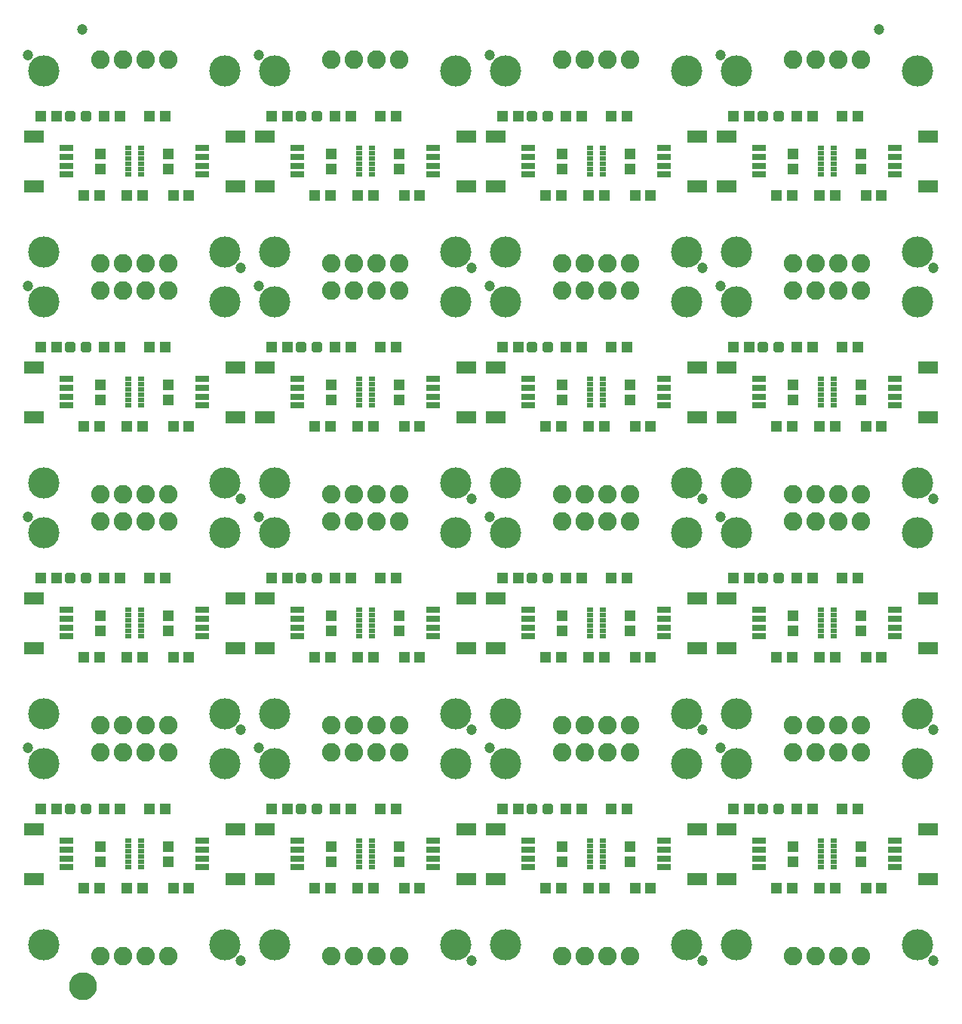
<source format=gts>
G04 EAGLE Gerber RS-274X export*
G75*
%MOMM*%
%FSLAX34Y34*%
%LPD*%
%INSoldermask Top*%
%IPPOS*%
%AMOC8*
5,1,8,0,0,1.08239X$1,22.5*%
G01*
%ADD10R,1.303200X1.203200*%
%ADD11R,0.778200X0.553200*%
%ADD12C,3.505200*%
%ADD13C,0.505344*%
%ADD14C,2.082800*%
%ADD15R,2.203200X1.403200*%
%ADD16R,1.553200X0.803200*%
%ADD17R,1.203200X1.303200*%
%ADD18C,1.203200*%
%ADD19C,1.270000*%
%ADD20C,1.703200*%


D10*
X143900Y177800D03*
X160900Y177800D03*
X110100Y177800D03*
X93100Y177800D03*
X87240Y88900D03*
X70240Y88900D03*
X38980Y177800D03*
X21980Y177800D03*
D11*
X134375Y112000D03*
X134375Y118000D03*
X134375Y124000D03*
X134375Y130000D03*
X134375Y136000D03*
X134375Y142000D03*
X119625Y142000D03*
X119625Y136000D03*
X119625Y130000D03*
X119625Y124000D03*
X119625Y118000D03*
X119625Y112000D03*
D12*
X228600Y228600D03*
X25400Y228600D03*
X25400Y25400D03*
X228600Y25400D03*
D13*
X68780Y174310D02*
X68780Y181290D01*
X75760Y181290D01*
X75760Y174310D01*
X68780Y174310D01*
X68780Y179110D02*
X75760Y179110D01*
X51240Y181290D02*
X51240Y174310D01*
X51240Y181290D02*
X58220Y181290D01*
X58220Y174310D01*
X51240Y174310D01*
X51240Y179110D02*
X58220Y179110D01*
D14*
X88900Y241300D03*
X114300Y241300D03*
X139700Y241300D03*
X165100Y241300D03*
X88900Y12700D03*
X114300Y12700D03*
X139700Y12700D03*
X165100Y12700D03*
D15*
X14050Y155000D03*
X14050Y99000D03*
D16*
X50800Y142000D03*
X50800Y132000D03*
X50800Y122000D03*
X50800Y112000D03*
D15*
X239950Y99000D03*
X239950Y155000D03*
D16*
X203200Y112000D03*
X203200Y122000D03*
X203200Y132000D03*
X203200Y142000D03*
D17*
X165100Y118500D03*
X165100Y135500D03*
X88900Y135500D03*
X88900Y118500D03*
D10*
X118500Y88900D03*
X135500Y88900D03*
X187570Y88900D03*
X170570Y88900D03*
D18*
X7620Y246380D03*
X246380Y7620D03*
D10*
X402980Y177800D03*
X419980Y177800D03*
X369180Y177800D03*
X352180Y177800D03*
X346320Y88900D03*
X329320Y88900D03*
X298060Y177800D03*
X281060Y177800D03*
D11*
X393455Y112000D03*
X393455Y118000D03*
X393455Y124000D03*
X393455Y130000D03*
X393455Y136000D03*
X393455Y142000D03*
X378705Y142000D03*
X378705Y136000D03*
X378705Y130000D03*
X378705Y124000D03*
X378705Y118000D03*
X378705Y112000D03*
D12*
X487680Y228600D03*
X284480Y228600D03*
X284480Y25400D03*
X487680Y25400D03*
D13*
X327860Y174310D02*
X327860Y181290D01*
X334840Y181290D01*
X334840Y174310D01*
X327860Y174310D01*
X327860Y179110D02*
X334840Y179110D01*
X310320Y181290D02*
X310320Y174310D01*
X310320Y181290D02*
X317300Y181290D01*
X317300Y174310D01*
X310320Y174310D01*
X310320Y179110D02*
X317300Y179110D01*
D14*
X347980Y241300D03*
X373380Y241300D03*
X398780Y241300D03*
X424180Y241300D03*
X347980Y12700D03*
X373380Y12700D03*
X398780Y12700D03*
X424180Y12700D03*
D15*
X273130Y155000D03*
X273130Y99000D03*
D16*
X309880Y142000D03*
X309880Y132000D03*
X309880Y122000D03*
X309880Y112000D03*
D15*
X499030Y99000D03*
X499030Y155000D03*
D16*
X462280Y112000D03*
X462280Y122000D03*
X462280Y132000D03*
X462280Y142000D03*
D17*
X424180Y118500D03*
X424180Y135500D03*
X347980Y135500D03*
X347980Y118500D03*
D10*
X377580Y88900D03*
X394580Y88900D03*
X446650Y88900D03*
X429650Y88900D03*
D18*
X266700Y246380D03*
X505460Y7620D03*
D10*
X662060Y177800D03*
X679060Y177800D03*
X628260Y177800D03*
X611260Y177800D03*
X605400Y88900D03*
X588400Y88900D03*
X557140Y177800D03*
X540140Y177800D03*
D11*
X652535Y112000D03*
X652535Y118000D03*
X652535Y124000D03*
X652535Y130000D03*
X652535Y136000D03*
X652535Y142000D03*
X637785Y142000D03*
X637785Y136000D03*
X637785Y130000D03*
X637785Y124000D03*
X637785Y118000D03*
X637785Y112000D03*
D12*
X746760Y228600D03*
X543560Y228600D03*
X543560Y25400D03*
X746760Y25400D03*
D13*
X586940Y174310D02*
X586940Y181290D01*
X593920Y181290D01*
X593920Y174310D01*
X586940Y174310D01*
X586940Y179110D02*
X593920Y179110D01*
X569400Y181290D02*
X569400Y174310D01*
X569400Y181290D02*
X576380Y181290D01*
X576380Y174310D01*
X569400Y174310D01*
X569400Y179110D02*
X576380Y179110D01*
D14*
X607060Y241300D03*
X632460Y241300D03*
X657860Y241300D03*
X683260Y241300D03*
X607060Y12700D03*
X632460Y12700D03*
X657860Y12700D03*
X683260Y12700D03*
D15*
X532210Y155000D03*
X532210Y99000D03*
D16*
X568960Y142000D03*
X568960Y132000D03*
X568960Y122000D03*
X568960Y112000D03*
D15*
X758110Y99000D03*
X758110Y155000D03*
D16*
X721360Y112000D03*
X721360Y122000D03*
X721360Y132000D03*
X721360Y142000D03*
D17*
X683260Y118500D03*
X683260Y135500D03*
X607060Y135500D03*
X607060Y118500D03*
D10*
X636660Y88900D03*
X653660Y88900D03*
X705730Y88900D03*
X688730Y88900D03*
D18*
X525780Y246380D03*
X764540Y7620D03*
D10*
X921140Y177800D03*
X938140Y177800D03*
X887340Y177800D03*
X870340Y177800D03*
X864480Y88900D03*
X847480Y88900D03*
X816220Y177800D03*
X799220Y177800D03*
D11*
X911615Y112000D03*
X911615Y118000D03*
X911615Y124000D03*
X911615Y130000D03*
X911615Y136000D03*
X911615Y142000D03*
X896865Y142000D03*
X896865Y136000D03*
X896865Y130000D03*
X896865Y124000D03*
X896865Y118000D03*
X896865Y112000D03*
D12*
X1005840Y228600D03*
X802640Y228600D03*
X802640Y25400D03*
X1005840Y25400D03*
D13*
X846020Y174310D02*
X846020Y181290D01*
X853000Y181290D01*
X853000Y174310D01*
X846020Y174310D01*
X846020Y179110D02*
X853000Y179110D01*
X828480Y181290D02*
X828480Y174310D01*
X828480Y181290D02*
X835460Y181290D01*
X835460Y174310D01*
X828480Y174310D01*
X828480Y179110D02*
X835460Y179110D01*
D14*
X866140Y241300D03*
X891540Y241300D03*
X916940Y241300D03*
X942340Y241300D03*
X866140Y12700D03*
X891540Y12700D03*
X916940Y12700D03*
X942340Y12700D03*
D15*
X791290Y155000D03*
X791290Y99000D03*
D16*
X828040Y142000D03*
X828040Y132000D03*
X828040Y122000D03*
X828040Y112000D03*
D15*
X1017190Y99000D03*
X1017190Y155000D03*
D16*
X980440Y112000D03*
X980440Y122000D03*
X980440Y132000D03*
X980440Y142000D03*
D17*
X942340Y118500D03*
X942340Y135500D03*
X866140Y135500D03*
X866140Y118500D03*
D10*
X895740Y88900D03*
X912740Y88900D03*
X964810Y88900D03*
X947810Y88900D03*
D18*
X784860Y246380D03*
X1023620Y7620D03*
D10*
X143900Y436880D03*
X160900Y436880D03*
X110100Y436880D03*
X93100Y436880D03*
X87240Y347980D03*
X70240Y347980D03*
X38980Y436880D03*
X21980Y436880D03*
D11*
X134375Y371080D03*
X134375Y377080D03*
X134375Y383080D03*
X134375Y389080D03*
X134375Y395080D03*
X134375Y401080D03*
X119625Y401080D03*
X119625Y395080D03*
X119625Y389080D03*
X119625Y383080D03*
X119625Y377080D03*
X119625Y371080D03*
D12*
X228600Y487680D03*
X25400Y487680D03*
X25400Y284480D03*
X228600Y284480D03*
D13*
X68780Y433390D02*
X68780Y440370D01*
X75760Y440370D01*
X75760Y433390D01*
X68780Y433390D01*
X68780Y438190D02*
X75760Y438190D01*
X51240Y440370D02*
X51240Y433390D01*
X51240Y440370D02*
X58220Y440370D01*
X58220Y433390D01*
X51240Y433390D01*
X51240Y438190D02*
X58220Y438190D01*
D14*
X88900Y500380D03*
X114300Y500380D03*
X139700Y500380D03*
X165100Y500380D03*
X88900Y271780D03*
X114300Y271780D03*
X139700Y271780D03*
X165100Y271780D03*
D15*
X14050Y414080D03*
X14050Y358080D03*
D16*
X50800Y401080D03*
X50800Y391080D03*
X50800Y381080D03*
X50800Y371080D03*
D15*
X239950Y358080D03*
X239950Y414080D03*
D16*
X203200Y371080D03*
X203200Y381080D03*
X203200Y391080D03*
X203200Y401080D03*
D17*
X165100Y377580D03*
X165100Y394580D03*
X88900Y394580D03*
X88900Y377580D03*
D10*
X118500Y347980D03*
X135500Y347980D03*
X187570Y347980D03*
X170570Y347980D03*
D18*
X7620Y505460D03*
X246380Y266700D03*
D10*
X402980Y436880D03*
X419980Y436880D03*
X369180Y436880D03*
X352180Y436880D03*
X346320Y347980D03*
X329320Y347980D03*
X298060Y436880D03*
X281060Y436880D03*
D11*
X393455Y371080D03*
X393455Y377080D03*
X393455Y383080D03*
X393455Y389080D03*
X393455Y395080D03*
X393455Y401080D03*
X378705Y401080D03*
X378705Y395080D03*
X378705Y389080D03*
X378705Y383080D03*
X378705Y377080D03*
X378705Y371080D03*
D12*
X487680Y487680D03*
X284480Y487680D03*
X284480Y284480D03*
X487680Y284480D03*
D13*
X327860Y433390D02*
X327860Y440370D01*
X334840Y440370D01*
X334840Y433390D01*
X327860Y433390D01*
X327860Y438190D02*
X334840Y438190D01*
X310320Y440370D02*
X310320Y433390D01*
X310320Y440370D02*
X317300Y440370D01*
X317300Y433390D01*
X310320Y433390D01*
X310320Y438190D02*
X317300Y438190D01*
D14*
X347980Y500380D03*
X373380Y500380D03*
X398780Y500380D03*
X424180Y500380D03*
X347980Y271780D03*
X373380Y271780D03*
X398780Y271780D03*
X424180Y271780D03*
D15*
X273130Y414080D03*
X273130Y358080D03*
D16*
X309880Y401080D03*
X309880Y391080D03*
X309880Y381080D03*
X309880Y371080D03*
D15*
X499030Y358080D03*
X499030Y414080D03*
D16*
X462280Y371080D03*
X462280Y381080D03*
X462280Y391080D03*
X462280Y401080D03*
D17*
X424180Y377580D03*
X424180Y394580D03*
X347980Y394580D03*
X347980Y377580D03*
D10*
X377580Y347980D03*
X394580Y347980D03*
X446650Y347980D03*
X429650Y347980D03*
D18*
X266700Y505460D03*
X505460Y266700D03*
D10*
X662060Y436880D03*
X679060Y436880D03*
X628260Y436880D03*
X611260Y436880D03*
X605400Y347980D03*
X588400Y347980D03*
X557140Y436880D03*
X540140Y436880D03*
D11*
X652535Y371080D03*
X652535Y377080D03*
X652535Y383080D03*
X652535Y389080D03*
X652535Y395080D03*
X652535Y401080D03*
X637785Y401080D03*
X637785Y395080D03*
X637785Y389080D03*
X637785Y383080D03*
X637785Y377080D03*
X637785Y371080D03*
D12*
X746760Y487680D03*
X543560Y487680D03*
X543560Y284480D03*
X746760Y284480D03*
D13*
X586940Y433390D02*
X586940Y440370D01*
X593920Y440370D01*
X593920Y433390D01*
X586940Y433390D01*
X586940Y438190D02*
X593920Y438190D01*
X569400Y440370D02*
X569400Y433390D01*
X569400Y440370D02*
X576380Y440370D01*
X576380Y433390D01*
X569400Y433390D01*
X569400Y438190D02*
X576380Y438190D01*
D14*
X607060Y500380D03*
X632460Y500380D03*
X657860Y500380D03*
X683260Y500380D03*
X607060Y271780D03*
X632460Y271780D03*
X657860Y271780D03*
X683260Y271780D03*
D15*
X532210Y414080D03*
X532210Y358080D03*
D16*
X568960Y401080D03*
X568960Y391080D03*
X568960Y381080D03*
X568960Y371080D03*
D15*
X758110Y358080D03*
X758110Y414080D03*
D16*
X721360Y371080D03*
X721360Y381080D03*
X721360Y391080D03*
X721360Y401080D03*
D17*
X683260Y377580D03*
X683260Y394580D03*
X607060Y394580D03*
X607060Y377580D03*
D10*
X636660Y347980D03*
X653660Y347980D03*
X705730Y347980D03*
X688730Y347980D03*
D18*
X525780Y505460D03*
X764540Y266700D03*
D10*
X921140Y436880D03*
X938140Y436880D03*
X887340Y436880D03*
X870340Y436880D03*
X864480Y347980D03*
X847480Y347980D03*
X816220Y436880D03*
X799220Y436880D03*
D11*
X911615Y371080D03*
X911615Y377080D03*
X911615Y383080D03*
X911615Y389080D03*
X911615Y395080D03*
X911615Y401080D03*
X896865Y401080D03*
X896865Y395080D03*
X896865Y389080D03*
X896865Y383080D03*
X896865Y377080D03*
X896865Y371080D03*
D12*
X1005840Y487680D03*
X802640Y487680D03*
X802640Y284480D03*
X1005840Y284480D03*
D13*
X846020Y433390D02*
X846020Y440370D01*
X853000Y440370D01*
X853000Y433390D01*
X846020Y433390D01*
X846020Y438190D02*
X853000Y438190D01*
X828480Y440370D02*
X828480Y433390D01*
X828480Y440370D02*
X835460Y440370D01*
X835460Y433390D01*
X828480Y433390D01*
X828480Y438190D02*
X835460Y438190D01*
D14*
X866140Y500380D03*
X891540Y500380D03*
X916940Y500380D03*
X942340Y500380D03*
X866140Y271780D03*
X891540Y271780D03*
X916940Y271780D03*
X942340Y271780D03*
D15*
X791290Y414080D03*
X791290Y358080D03*
D16*
X828040Y401080D03*
X828040Y391080D03*
X828040Y381080D03*
X828040Y371080D03*
D15*
X1017190Y358080D03*
X1017190Y414080D03*
D16*
X980440Y371080D03*
X980440Y381080D03*
X980440Y391080D03*
X980440Y401080D03*
D17*
X942340Y377580D03*
X942340Y394580D03*
X866140Y394580D03*
X866140Y377580D03*
D10*
X895740Y347980D03*
X912740Y347980D03*
X964810Y347980D03*
X947810Y347980D03*
D18*
X784860Y505460D03*
X1023620Y266700D03*
D10*
X143900Y695960D03*
X160900Y695960D03*
X110100Y695960D03*
X93100Y695960D03*
X87240Y607060D03*
X70240Y607060D03*
X38980Y695960D03*
X21980Y695960D03*
D11*
X134375Y630160D03*
X134375Y636160D03*
X134375Y642160D03*
X134375Y648160D03*
X134375Y654160D03*
X134375Y660160D03*
X119625Y660160D03*
X119625Y654160D03*
X119625Y648160D03*
X119625Y642160D03*
X119625Y636160D03*
X119625Y630160D03*
D12*
X228600Y746760D03*
X25400Y746760D03*
X25400Y543560D03*
X228600Y543560D03*
D13*
X68780Y692470D02*
X68780Y699450D01*
X75760Y699450D01*
X75760Y692470D01*
X68780Y692470D01*
X68780Y697270D02*
X75760Y697270D01*
X51240Y699450D02*
X51240Y692470D01*
X51240Y699450D02*
X58220Y699450D01*
X58220Y692470D01*
X51240Y692470D01*
X51240Y697270D02*
X58220Y697270D01*
D14*
X88900Y759460D03*
X114300Y759460D03*
X139700Y759460D03*
X165100Y759460D03*
X88900Y530860D03*
X114300Y530860D03*
X139700Y530860D03*
X165100Y530860D03*
D15*
X14050Y673160D03*
X14050Y617160D03*
D16*
X50800Y660160D03*
X50800Y650160D03*
X50800Y640160D03*
X50800Y630160D03*
D15*
X239950Y617160D03*
X239950Y673160D03*
D16*
X203200Y630160D03*
X203200Y640160D03*
X203200Y650160D03*
X203200Y660160D03*
D17*
X165100Y636660D03*
X165100Y653660D03*
X88900Y653660D03*
X88900Y636660D03*
D10*
X118500Y607060D03*
X135500Y607060D03*
X187570Y607060D03*
X170570Y607060D03*
D18*
X7620Y764540D03*
X246380Y525780D03*
D10*
X402980Y695960D03*
X419980Y695960D03*
X369180Y695960D03*
X352180Y695960D03*
X346320Y607060D03*
X329320Y607060D03*
X298060Y695960D03*
X281060Y695960D03*
D11*
X393455Y630160D03*
X393455Y636160D03*
X393455Y642160D03*
X393455Y648160D03*
X393455Y654160D03*
X393455Y660160D03*
X378705Y660160D03*
X378705Y654160D03*
X378705Y648160D03*
X378705Y642160D03*
X378705Y636160D03*
X378705Y630160D03*
D12*
X487680Y746760D03*
X284480Y746760D03*
X284480Y543560D03*
X487680Y543560D03*
D13*
X327860Y692470D02*
X327860Y699450D01*
X334840Y699450D01*
X334840Y692470D01*
X327860Y692470D01*
X327860Y697270D02*
X334840Y697270D01*
X310320Y699450D02*
X310320Y692470D01*
X310320Y699450D02*
X317300Y699450D01*
X317300Y692470D01*
X310320Y692470D01*
X310320Y697270D02*
X317300Y697270D01*
D14*
X347980Y759460D03*
X373380Y759460D03*
X398780Y759460D03*
X424180Y759460D03*
X347980Y530860D03*
X373380Y530860D03*
X398780Y530860D03*
X424180Y530860D03*
D15*
X273130Y673160D03*
X273130Y617160D03*
D16*
X309880Y660160D03*
X309880Y650160D03*
X309880Y640160D03*
X309880Y630160D03*
D15*
X499030Y617160D03*
X499030Y673160D03*
D16*
X462280Y630160D03*
X462280Y640160D03*
X462280Y650160D03*
X462280Y660160D03*
D17*
X424180Y636660D03*
X424180Y653660D03*
X347980Y653660D03*
X347980Y636660D03*
D10*
X377580Y607060D03*
X394580Y607060D03*
X446650Y607060D03*
X429650Y607060D03*
D18*
X266700Y764540D03*
X505460Y525780D03*
D10*
X662060Y695960D03*
X679060Y695960D03*
X628260Y695960D03*
X611260Y695960D03*
X605400Y607060D03*
X588400Y607060D03*
X557140Y695960D03*
X540140Y695960D03*
D11*
X652535Y630160D03*
X652535Y636160D03*
X652535Y642160D03*
X652535Y648160D03*
X652535Y654160D03*
X652535Y660160D03*
X637785Y660160D03*
X637785Y654160D03*
X637785Y648160D03*
X637785Y642160D03*
X637785Y636160D03*
X637785Y630160D03*
D12*
X746760Y746760D03*
X543560Y746760D03*
X543560Y543560D03*
X746760Y543560D03*
D13*
X586940Y692470D02*
X586940Y699450D01*
X593920Y699450D01*
X593920Y692470D01*
X586940Y692470D01*
X586940Y697270D02*
X593920Y697270D01*
X569400Y699450D02*
X569400Y692470D01*
X569400Y699450D02*
X576380Y699450D01*
X576380Y692470D01*
X569400Y692470D01*
X569400Y697270D02*
X576380Y697270D01*
D14*
X607060Y759460D03*
X632460Y759460D03*
X657860Y759460D03*
X683260Y759460D03*
X607060Y530860D03*
X632460Y530860D03*
X657860Y530860D03*
X683260Y530860D03*
D15*
X532210Y673160D03*
X532210Y617160D03*
D16*
X568960Y660160D03*
X568960Y650160D03*
X568960Y640160D03*
X568960Y630160D03*
D15*
X758110Y617160D03*
X758110Y673160D03*
D16*
X721360Y630160D03*
X721360Y640160D03*
X721360Y650160D03*
X721360Y660160D03*
D17*
X683260Y636660D03*
X683260Y653660D03*
X607060Y653660D03*
X607060Y636660D03*
D10*
X636660Y607060D03*
X653660Y607060D03*
X705730Y607060D03*
X688730Y607060D03*
D18*
X525780Y764540D03*
X764540Y525780D03*
D10*
X921140Y695960D03*
X938140Y695960D03*
X887340Y695960D03*
X870340Y695960D03*
X864480Y607060D03*
X847480Y607060D03*
X816220Y695960D03*
X799220Y695960D03*
D11*
X911615Y630160D03*
X911615Y636160D03*
X911615Y642160D03*
X911615Y648160D03*
X911615Y654160D03*
X911615Y660160D03*
X896865Y660160D03*
X896865Y654160D03*
X896865Y648160D03*
X896865Y642160D03*
X896865Y636160D03*
X896865Y630160D03*
D12*
X1005840Y746760D03*
X802640Y746760D03*
X802640Y543560D03*
X1005840Y543560D03*
D13*
X846020Y692470D02*
X846020Y699450D01*
X853000Y699450D01*
X853000Y692470D01*
X846020Y692470D01*
X846020Y697270D02*
X853000Y697270D01*
X828480Y699450D02*
X828480Y692470D01*
X828480Y699450D02*
X835460Y699450D01*
X835460Y692470D01*
X828480Y692470D01*
X828480Y697270D02*
X835460Y697270D01*
D14*
X866140Y759460D03*
X891540Y759460D03*
X916940Y759460D03*
X942340Y759460D03*
X866140Y530860D03*
X891540Y530860D03*
X916940Y530860D03*
X942340Y530860D03*
D15*
X791290Y673160D03*
X791290Y617160D03*
D16*
X828040Y660160D03*
X828040Y650160D03*
X828040Y640160D03*
X828040Y630160D03*
D15*
X1017190Y617160D03*
X1017190Y673160D03*
D16*
X980440Y630160D03*
X980440Y640160D03*
X980440Y650160D03*
X980440Y660160D03*
D17*
X942340Y636660D03*
X942340Y653660D03*
X866140Y653660D03*
X866140Y636660D03*
D10*
X895740Y607060D03*
X912740Y607060D03*
X964810Y607060D03*
X947810Y607060D03*
D18*
X784860Y764540D03*
X1023620Y525780D03*
D10*
X143900Y955040D03*
X160900Y955040D03*
X110100Y955040D03*
X93100Y955040D03*
X87240Y866140D03*
X70240Y866140D03*
X38980Y955040D03*
X21980Y955040D03*
D11*
X134375Y889240D03*
X134375Y895240D03*
X134375Y901240D03*
X134375Y907240D03*
X134375Y913240D03*
X134375Y919240D03*
X119625Y919240D03*
X119625Y913240D03*
X119625Y907240D03*
X119625Y901240D03*
X119625Y895240D03*
X119625Y889240D03*
D12*
X228600Y1005840D03*
X25400Y1005840D03*
X25400Y802640D03*
X228600Y802640D03*
D13*
X68780Y951550D02*
X68780Y958530D01*
X75760Y958530D01*
X75760Y951550D01*
X68780Y951550D01*
X68780Y956350D02*
X75760Y956350D01*
X51240Y958530D02*
X51240Y951550D01*
X51240Y958530D02*
X58220Y958530D01*
X58220Y951550D01*
X51240Y951550D01*
X51240Y956350D02*
X58220Y956350D01*
D14*
X88900Y1018540D03*
X114300Y1018540D03*
X139700Y1018540D03*
X165100Y1018540D03*
X88900Y789940D03*
X114300Y789940D03*
X139700Y789940D03*
X165100Y789940D03*
D15*
X14050Y932240D03*
X14050Y876240D03*
D16*
X50800Y919240D03*
X50800Y909240D03*
X50800Y899240D03*
X50800Y889240D03*
D15*
X239950Y876240D03*
X239950Y932240D03*
D16*
X203200Y889240D03*
X203200Y899240D03*
X203200Y909240D03*
X203200Y919240D03*
D17*
X165100Y895740D03*
X165100Y912740D03*
X88900Y912740D03*
X88900Y895740D03*
D10*
X118500Y866140D03*
X135500Y866140D03*
X187570Y866140D03*
X170570Y866140D03*
D18*
X7620Y1023620D03*
X246380Y784860D03*
D10*
X402980Y955040D03*
X419980Y955040D03*
X369180Y955040D03*
X352180Y955040D03*
X346320Y866140D03*
X329320Y866140D03*
X298060Y955040D03*
X281060Y955040D03*
D11*
X393455Y889240D03*
X393455Y895240D03*
X393455Y901240D03*
X393455Y907240D03*
X393455Y913240D03*
X393455Y919240D03*
X378705Y919240D03*
X378705Y913240D03*
X378705Y907240D03*
X378705Y901240D03*
X378705Y895240D03*
X378705Y889240D03*
D12*
X487680Y1005840D03*
X284480Y1005840D03*
X284480Y802640D03*
X487680Y802640D03*
D13*
X327860Y951550D02*
X327860Y958530D01*
X334840Y958530D01*
X334840Y951550D01*
X327860Y951550D01*
X327860Y956350D02*
X334840Y956350D01*
X310320Y958530D02*
X310320Y951550D01*
X310320Y958530D02*
X317300Y958530D01*
X317300Y951550D01*
X310320Y951550D01*
X310320Y956350D02*
X317300Y956350D01*
D14*
X347980Y1018540D03*
X373380Y1018540D03*
X398780Y1018540D03*
X424180Y1018540D03*
X347980Y789940D03*
X373380Y789940D03*
X398780Y789940D03*
X424180Y789940D03*
D15*
X273130Y932240D03*
X273130Y876240D03*
D16*
X309880Y919240D03*
X309880Y909240D03*
X309880Y899240D03*
X309880Y889240D03*
D15*
X499030Y876240D03*
X499030Y932240D03*
D16*
X462280Y889240D03*
X462280Y899240D03*
X462280Y909240D03*
X462280Y919240D03*
D17*
X424180Y895740D03*
X424180Y912740D03*
X347980Y912740D03*
X347980Y895740D03*
D10*
X377580Y866140D03*
X394580Y866140D03*
X446650Y866140D03*
X429650Y866140D03*
D18*
X266700Y1023620D03*
X505460Y784860D03*
D10*
X662060Y955040D03*
X679060Y955040D03*
X628260Y955040D03*
X611260Y955040D03*
X605400Y866140D03*
X588400Y866140D03*
X557140Y955040D03*
X540140Y955040D03*
D11*
X652535Y889240D03*
X652535Y895240D03*
X652535Y901240D03*
X652535Y907240D03*
X652535Y913240D03*
X652535Y919240D03*
X637785Y919240D03*
X637785Y913240D03*
X637785Y907240D03*
X637785Y901240D03*
X637785Y895240D03*
X637785Y889240D03*
D12*
X746760Y1005840D03*
X543560Y1005840D03*
X543560Y802640D03*
X746760Y802640D03*
D13*
X586940Y951550D02*
X586940Y958530D01*
X593920Y958530D01*
X593920Y951550D01*
X586940Y951550D01*
X586940Y956350D02*
X593920Y956350D01*
X569400Y958530D02*
X569400Y951550D01*
X569400Y958530D02*
X576380Y958530D01*
X576380Y951550D01*
X569400Y951550D01*
X569400Y956350D02*
X576380Y956350D01*
D14*
X607060Y1018540D03*
X632460Y1018540D03*
X657860Y1018540D03*
X683260Y1018540D03*
X607060Y789940D03*
X632460Y789940D03*
X657860Y789940D03*
X683260Y789940D03*
D15*
X532210Y932240D03*
X532210Y876240D03*
D16*
X568960Y919240D03*
X568960Y909240D03*
X568960Y899240D03*
X568960Y889240D03*
D15*
X758110Y876240D03*
X758110Y932240D03*
D16*
X721360Y889240D03*
X721360Y899240D03*
X721360Y909240D03*
X721360Y919240D03*
D17*
X683260Y895740D03*
X683260Y912740D03*
X607060Y912740D03*
X607060Y895740D03*
D10*
X636660Y866140D03*
X653660Y866140D03*
X705730Y866140D03*
X688730Y866140D03*
D18*
X525780Y1023620D03*
X764540Y784860D03*
D10*
X921140Y955040D03*
X938140Y955040D03*
X887340Y955040D03*
X870340Y955040D03*
X864480Y866140D03*
X847480Y866140D03*
X816220Y955040D03*
X799220Y955040D03*
D11*
X911615Y889240D03*
X911615Y895240D03*
X911615Y901240D03*
X911615Y907240D03*
X911615Y913240D03*
X911615Y919240D03*
X896865Y919240D03*
X896865Y913240D03*
X896865Y907240D03*
X896865Y901240D03*
X896865Y895240D03*
X896865Y889240D03*
D12*
X1005840Y1005840D03*
X802640Y1005840D03*
X802640Y802640D03*
X1005840Y802640D03*
D13*
X846020Y951550D02*
X846020Y958530D01*
X853000Y958530D01*
X853000Y951550D01*
X846020Y951550D01*
X846020Y956350D02*
X853000Y956350D01*
X828480Y958530D02*
X828480Y951550D01*
X828480Y958530D02*
X835460Y958530D01*
X835460Y951550D01*
X828480Y951550D01*
X828480Y956350D02*
X835460Y956350D01*
D14*
X866140Y1018540D03*
X891540Y1018540D03*
X916940Y1018540D03*
X942340Y1018540D03*
X866140Y789940D03*
X891540Y789940D03*
X916940Y789940D03*
X942340Y789940D03*
D15*
X791290Y932240D03*
X791290Y876240D03*
D16*
X828040Y919240D03*
X828040Y909240D03*
X828040Y899240D03*
X828040Y889240D03*
D15*
X1017190Y876240D03*
X1017190Y932240D03*
D16*
X980440Y889240D03*
X980440Y899240D03*
X980440Y909240D03*
X980440Y919240D03*
D17*
X942340Y895740D03*
X942340Y912740D03*
X866140Y912740D03*
X866140Y895740D03*
D10*
X895740Y866140D03*
X912740Y866140D03*
X964810Y866140D03*
X947810Y866140D03*
D18*
X784860Y1023620D03*
X1023620Y784860D03*
X68580Y1052195D03*
X962025Y1052195D03*
D19*
X59525Y-20955D02*
X59528Y-20733D01*
X59536Y-20511D01*
X59550Y-20289D01*
X59569Y-20067D01*
X59593Y-19847D01*
X59623Y-19626D01*
X59658Y-19407D01*
X59699Y-19188D01*
X59745Y-18971D01*
X59796Y-18755D01*
X59853Y-18540D01*
X59915Y-18326D01*
X59982Y-18115D01*
X60054Y-17904D01*
X60132Y-17696D01*
X60214Y-17490D01*
X60302Y-17286D01*
X60394Y-17083D01*
X60492Y-16884D01*
X60594Y-16687D01*
X60701Y-16492D01*
X60813Y-16300D01*
X60930Y-16111D01*
X61051Y-15924D01*
X61177Y-15741D01*
X61307Y-15561D01*
X61442Y-15384D01*
X61580Y-15211D01*
X61723Y-15041D01*
X61871Y-14874D01*
X62022Y-14711D01*
X62177Y-14552D01*
X62336Y-14397D01*
X62499Y-14246D01*
X62666Y-14098D01*
X62836Y-13955D01*
X63009Y-13817D01*
X63186Y-13682D01*
X63366Y-13552D01*
X63549Y-13426D01*
X63736Y-13305D01*
X63925Y-13188D01*
X64117Y-13076D01*
X64312Y-12969D01*
X64509Y-12867D01*
X64708Y-12769D01*
X64911Y-12677D01*
X65115Y-12589D01*
X65321Y-12507D01*
X65529Y-12429D01*
X65740Y-12357D01*
X65951Y-12290D01*
X66165Y-12228D01*
X66380Y-12171D01*
X66596Y-12120D01*
X66813Y-12074D01*
X67032Y-12033D01*
X67251Y-11998D01*
X67472Y-11968D01*
X67692Y-11944D01*
X67914Y-11925D01*
X68136Y-11911D01*
X68358Y-11903D01*
X68580Y-11900D01*
X68802Y-11903D01*
X69024Y-11911D01*
X69246Y-11925D01*
X69468Y-11944D01*
X69688Y-11968D01*
X69909Y-11998D01*
X70128Y-12033D01*
X70347Y-12074D01*
X70564Y-12120D01*
X70780Y-12171D01*
X70995Y-12228D01*
X71209Y-12290D01*
X71420Y-12357D01*
X71631Y-12429D01*
X71839Y-12507D01*
X72045Y-12589D01*
X72249Y-12677D01*
X72452Y-12769D01*
X72651Y-12867D01*
X72848Y-12969D01*
X73043Y-13076D01*
X73235Y-13188D01*
X73424Y-13305D01*
X73611Y-13426D01*
X73794Y-13552D01*
X73974Y-13682D01*
X74151Y-13817D01*
X74324Y-13955D01*
X74494Y-14098D01*
X74661Y-14246D01*
X74824Y-14397D01*
X74983Y-14552D01*
X75138Y-14711D01*
X75289Y-14874D01*
X75437Y-15041D01*
X75580Y-15211D01*
X75718Y-15384D01*
X75853Y-15561D01*
X75983Y-15741D01*
X76109Y-15924D01*
X76230Y-16111D01*
X76347Y-16300D01*
X76459Y-16492D01*
X76566Y-16687D01*
X76668Y-16884D01*
X76766Y-17083D01*
X76858Y-17286D01*
X76946Y-17490D01*
X77028Y-17696D01*
X77106Y-17904D01*
X77178Y-18115D01*
X77245Y-18326D01*
X77307Y-18540D01*
X77364Y-18755D01*
X77415Y-18971D01*
X77461Y-19188D01*
X77502Y-19407D01*
X77537Y-19626D01*
X77567Y-19847D01*
X77591Y-20067D01*
X77610Y-20289D01*
X77624Y-20511D01*
X77632Y-20733D01*
X77635Y-20955D01*
X77632Y-21177D01*
X77624Y-21399D01*
X77610Y-21621D01*
X77591Y-21843D01*
X77567Y-22063D01*
X77537Y-22284D01*
X77502Y-22503D01*
X77461Y-22722D01*
X77415Y-22939D01*
X77364Y-23155D01*
X77307Y-23370D01*
X77245Y-23584D01*
X77178Y-23795D01*
X77106Y-24006D01*
X77028Y-24214D01*
X76946Y-24420D01*
X76858Y-24624D01*
X76766Y-24827D01*
X76668Y-25026D01*
X76566Y-25223D01*
X76459Y-25418D01*
X76347Y-25610D01*
X76230Y-25799D01*
X76109Y-25986D01*
X75983Y-26169D01*
X75853Y-26349D01*
X75718Y-26526D01*
X75580Y-26699D01*
X75437Y-26869D01*
X75289Y-27036D01*
X75138Y-27199D01*
X74983Y-27358D01*
X74824Y-27513D01*
X74661Y-27664D01*
X74494Y-27812D01*
X74324Y-27955D01*
X74151Y-28093D01*
X73974Y-28228D01*
X73794Y-28358D01*
X73611Y-28484D01*
X73424Y-28605D01*
X73235Y-28722D01*
X73043Y-28834D01*
X72848Y-28941D01*
X72651Y-29043D01*
X72452Y-29141D01*
X72249Y-29233D01*
X72045Y-29321D01*
X71839Y-29403D01*
X71631Y-29481D01*
X71420Y-29553D01*
X71209Y-29620D01*
X70995Y-29682D01*
X70780Y-29739D01*
X70564Y-29790D01*
X70347Y-29836D01*
X70128Y-29877D01*
X69909Y-29912D01*
X69688Y-29942D01*
X69468Y-29966D01*
X69246Y-29985D01*
X69024Y-29999D01*
X68802Y-30007D01*
X68580Y-30010D01*
X68358Y-30007D01*
X68136Y-29999D01*
X67914Y-29985D01*
X67692Y-29966D01*
X67472Y-29942D01*
X67251Y-29912D01*
X67032Y-29877D01*
X66813Y-29836D01*
X66596Y-29790D01*
X66380Y-29739D01*
X66165Y-29682D01*
X65951Y-29620D01*
X65740Y-29553D01*
X65529Y-29481D01*
X65321Y-29403D01*
X65115Y-29321D01*
X64911Y-29233D01*
X64708Y-29141D01*
X64509Y-29043D01*
X64312Y-28941D01*
X64117Y-28834D01*
X63925Y-28722D01*
X63736Y-28605D01*
X63549Y-28484D01*
X63366Y-28358D01*
X63186Y-28228D01*
X63009Y-28093D01*
X62836Y-27955D01*
X62666Y-27812D01*
X62499Y-27664D01*
X62336Y-27513D01*
X62177Y-27358D01*
X62022Y-27199D01*
X61871Y-27036D01*
X61723Y-26869D01*
X61580Y-26699D01*
X61442Y-26526D01*
X61307Y-26349D01*
X61177Y-26169D01*
X61051Y-25986D01*
X60930Y-25799D01*
X60813Y-25610D01*
X60701Y-25418D01*
X60594Y-25223D01*
X60492Y-25026D01*
X60394Y-24827D01*
X60302Y-24624D01*
X60214Y-24420D01*
X60132Y-24214D01*
X60054Y-24006D01*
X59982Y-23795D01*
X59915Y-23584D01*
X59853Y-23370D01*
X59796Y-23155D01*
X59745Y-22939D01*
X59699Y-22722D01*
X59658Y-22503D01*
X59623Y-22284D01*
X59593Y-22063D01*
X59569Y-21843D01*
X59550Y-21621D01*
X59536Y-21399D01*
X59528Y-21177D01*
X59525Y-20955D01*
D20*
X68580Y-20955D03*
M02*

</source>
